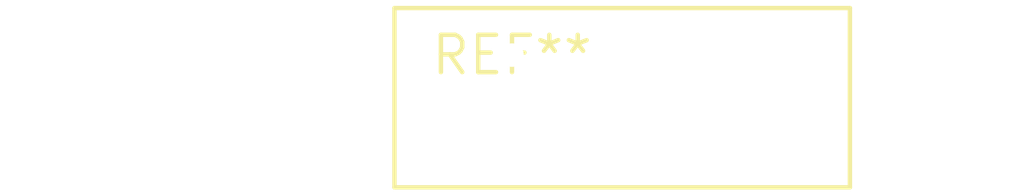
<source format=kicad_pcb>
(kicad_pcb (version 20240108) (generator pcbnew)
  (layers (0 "F.Cu" signal) (31 "B.Cu" signal) (34 "B.Paste" user) (35 "F.Paste" user) (36 "B.SilkS" user "B.Silkscreen") (37 "F.SilkS" user "F.Silkscreen") (38 "B.Mask" user) (39 "F.Mask" user) (44 "Edge.Cuts" user))
  (net 0 "")
  (footprint "RV_Disc_D15.5mm_W6.1mm_P7.5mm" (layer "F.Cu") (at 0 0)
    (property "Reference" "REF**")
    (property "Value" "RV_Disc_D15.5mm_W6.1mm_P7.5mm")
    (fp_line (start -4 -1.6) (end -4 4.5) (layer "F.SilkS") (stroke (width 0.15)))
    (fp_line (start -4 -1.6) (end 11.5 -1.6) (layer "F.SilkS") (stroke (width 0.15)))
    (fp_line (start -4 4.5) (end 11.5 4.5) (layer "F.SilkS") (stroke (width 0.15)))
    (fp_line (start 11.5 -1.6) (end 11.5 4.5) (layer "F.SilkS") (stroke (width 0.15)))
    (pad "1" thru_hole circle (at 0 0) (size 1.8 1.8) (drill 0.8) (layers *.Cu *.Mask) (remove_unused_layers))
    (pad "2" thru_hole circle (at 7.5 2.9) (size 1.8 1.8) (drill 0.8) (layers *.Cu *.Mask) (remove_unused_layers))
  )
)
</source>
